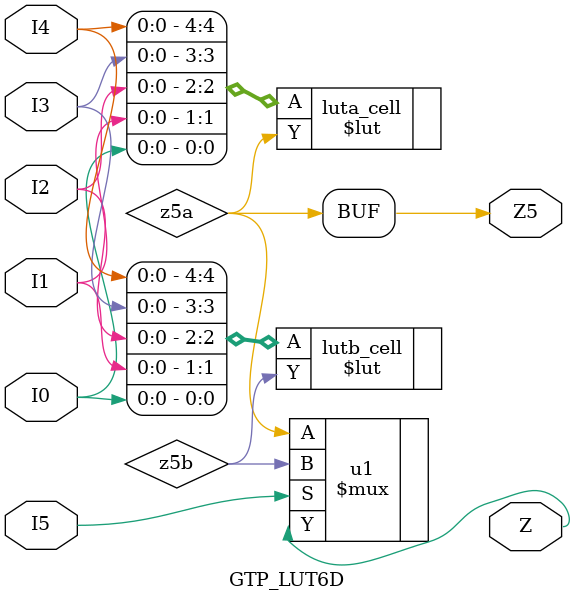
<source format=v>



module GTP_LUT1
#(
    parameter [1:0] INIT = 2'h0
) (
    output wire Z,
    input wire I0
);
   $lut #(.WIDTH(1),.LUT(INIT)) lut1_cell(.A(I0),.Y(Z));
endmodule


module GTP_LUT2
#(
    parameter [3:0] INIT = 4'h0
) (
    output wire Z,
    input wire I0, I1
);
$lut #(.WIDTH(2),.LUT(INIT)) lut1_cell(.A({I1,I0}),.Y(Z));
endmodule



module GTP_LUT3
#(
    parameter [7:0] INIT = 8'h00
) (
    output wire Z,
    input wire I0, I1, I2
);
$lut #(.WIDTH(3),.LUT(INIT)) lut1_cell(.A({I2,I1,I0}),.Y(Z));
endmodule



module GTP_LUT4
#(
    parameter [15:0] INIT = 16'h0000
) (
    output wire Z,
    input wire I0, I1, I2, I3
);
$lut #(.WIDTH(4),.LUT(INIT)) lut1_cell(.A({I3,I2,I1,I0}),.Y(Z));
endmodule


module GTP_LUT5
#(
    parameter [31:0] INIT = 32'h0000_0000
) (
    output wire Z,
    input wire I0, I1, I2, I3, I4
);
$lut #(.WIDTH(5),.LUT(INIT)) lut1_cell(.A({I4,I3,I2,I1,I0}),.Y(Z));
endmodule

module GTP_LUT6
#(
    parameter [63:0] INIT = 64'h0000_0000_0000_0000
) (
    output wire Z,
    input wire I0, I1, I2, I3, I4, I5
);

$lut #(.WIDTH(6),.LUT(INIT)) lut1_cell(.A({I5,I4,I3,I2,I1,I0}),.Y(Z));
endmodule


module GTP_LUT6D
#(
    parameter [63:0] INIT = 64'h0000_0000_0000_0000
) (
    output Z,
    output Z5,
    input I0,
    input I1,
    input I2,
    input I3,
    input I4,
    input I5
);

wire z5a,z5b;
$lut #(.WIDTH(5),.LUT(INIT[31:0])) luta_cell(.A({I4,I3,I2,I1,I0}),.Y(z5a));
$lut #(.WIDTH(5),.LUT(INIT[63:32])) lutb_cell(.A({I4,I3,I2,I1,I0}),.Y(z5b));
$mux #(.WIDTH(1)) u1(.A(z5a),.B(z5b),.S(I5),.Y(Z));
assign Z5 = z5a;
endmodule


</source>
